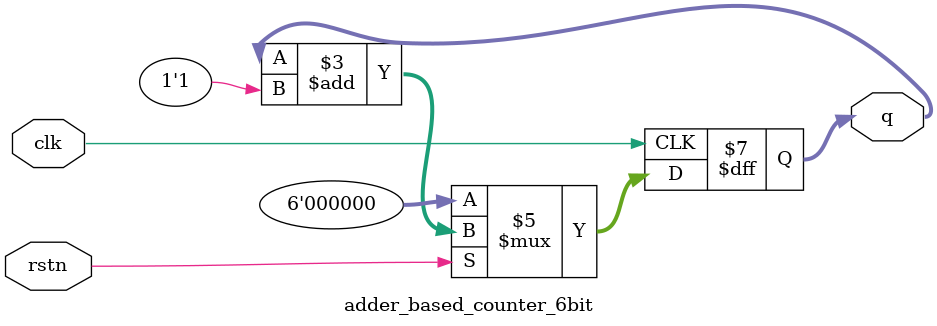
<source format=v>
module adder_based_counter_6bit(q, clk, rstn);
	output [5:0] q;
	input 		clk, rstn;

	reg    [5:0] q;
	always @ (negedge clk)
	begin 
	  if (!rstn) q <= 6'b000000;
	  else       q <= q + 1'b1;
	end
endmodule
	

</source>
